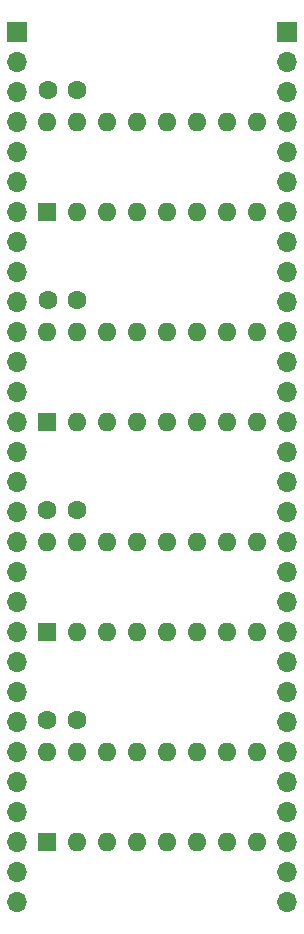
<source format=gbr>
%TF.GenerationSoftware,KiCad,Pcbnew,7.0.6-0*%
%TF.CreationDate,2023-07-28T22:16:22-07:00*%
%TF.ProjectId,V501,56353031-2e6b-4696-9361-645f70636258,rev?*%
%TF.SameCoordinates,Original*%
%TF.FileFunction,Soldermask,Top*%
%TF.FilePolarity,Negative*%
%FSLAX46Y46*%
G04 Gerber Fmt 4.6, Leading zero omitted, Abs format (unit mm)*
G04 Created by KiCad (PCBNEW 7.0.6-0) date 2023-07-28 22:16:22*
%MOMM*%
%LPD*%
G01*
G04 APERTURE LIST*
%ADD10C,1.600000*%
%ADD11R,1.600000X1.600000*%
%ADD12O,1.600000X1.600000*%
%ADD13R,1.700000X1.700000*%
%ADD14O,1.700000X1.700000*%
G04 APERTURE END LIST*
D10*
%TO.C,C2*%
X112034000Y-100330000D03*
X114534000Y-100330000D03*
%TD*%
%TO.C,C1*%
X112034000Y-82550000D03*
X114534000Y-82550000D03*
%TD*%
%TO.C,C3*%
X111999000Y-118120000D03*
X114499000Y-118120000D03*
%TD*%
D11*
%TO.C,U1*%
X112014000Y-92837000D03*
D12*
X114554000Y-92837000D03*
X117094000Y-92837000D03*
X119634000Y-92837000D03*
X122174000Y-92837000D03*
X124714000Y-92837000D03*
X127254000Y-92837000D03*
X129794000Y-92837000D03*
X129794000Y-85217000D03*
X127254000Y-85217000D03*
X124714000Y-85217000D03*
X122174000Y-85217000D03*
X119634000Y-85217000D03*
X117094000Y-85217000D03*
X114554000Y-85217000D03*
X112014000Y-85217000D03*
%TD*%
D11*
%TO.C,U4*%
X112014000Y-146167000D03*
D12*
X114554000Y-146167000D03*
X117094000Y-146167000D03*
X119634000Y-146167000D03*
X122174000Y-146167000D03*
X124714000Y-146167000D03*
X127254000Y-146167000D03*
X129794000Y-146167000D03*
X129794000Y-138547000D03*
X127254000Y-138547000D03*
X124714000Y-138547000D03*
X122174000Y-138547000D03*
X119634000Y-138547000D03*
X117094000Y-138547000D03*
X114554000Y-138547000D03*
X112014000Y-138547000D03*
%TD*%
D11*
%TO.C,U2*%
X112014000Y-110617000D03*
D12*
X114554000Y-110617000D03*
X117094000Y-110617000D03*
X119634000Y-110617000D03*
X122174000Y-110617000D03*
X124714000Y-110617000D03*
X127254000Y-110617000D03*
X129794000Y-110617000D03*
X129794000Y-102997000D03*
X127254000Y-102997000D03*
X124714000Y-102997000D03*
X122174000Y-102997000D03*
X119634000Y-102997000D03*
X117094000Y-102997000D03*
X114554000Y-102997000D03*
X112014000Y-102997000D03*
%TD*%
D10*
%TO.C,C4*%
X111999000Y-135880000D03*
X114499000Y-135880000D03*
%TD*%
D11*
%TO.C,U3*%
X112014000Y-128397000D03*
D12*
X114554000Y-128397000D03*
X117094000Y-128397000D03*
X119634000Y-128397000D03*
X122174000Y-128397000D03*
X124714000Y-128397000D03*
X127254000Y-128397000D03*
X129794000Y-128397000D03*
X129794000Y-120777000D03*
X127254000Y-120777000D03*
X124714000Y-120777000D03*
X122174000Y-120777000D03*
X119634000Y-120777000D03*
X117094000Y-120777000D03*
X114554000Y-120777000D03*
X112014000Y-120777000D03*
%TD*%
D13*
%TO.C,J1*%
X109474000Y-77597000D03*
D14*
X109474000Y-80137000D03*
X109474000Y-82677000D03*
X109474000Y-85217000D03*
X109474000Y-87757000D03*
X109474000Y-90297000D03*
X109474000Y-92837000D03*
X109474000Y-95377000D03*
X109474000Y-97917000D03*
X109474000Y-100457000D03*
X109474000Y-102997000D03*
X109474000Y-105537000D03*
X109474000Y-108077000D03*
X109474000Y-110617000D03*
X109474000Y-113157000D03*
X109474000Y-115697000D03*
X109474000Y-118237000D03*
X109474000Y-120777000D03*
X109474000Y-123317000D03*
X109474000Y-125857000D03*
X109474000Y-128397000D03*
X109474000Y-130937000D03*
X109474000Y-133477000D03*
X109474000Y-136017000D03*
X109474000Y-138557000D03*
X109474000Y-141097000D03*
X109474000Y-143637000D03*
X109474000Y-146177000D03*
X109474000Y-148717000D03*
X109474000Y-151257000D03*
%TD*%
D13*
%TO.C,J2*%
X132334000Y-77597000D03*
D14*
X132334000Y-80137000D03*
X132334000Y-82677000D03*
X132334000Y-85217000D03*
X132334000Y-87757000D03*
X132334000Y-90297000D03*
X132334000Y-92837000D03*
X132334000Y-95377000D03*
X132334000Y-97917000D03*
X132334000Y-100457000D03*
X132334000Y-102997000D03*
X132334000Y-105537000D03*
X132334000Y-108077000D03*
X132334000Y-110617000D03*
X132334000Y-113157000D03*
X132334000Y-115697000D03*
X132334000Y-118237000D03*
X132334000Y-120777000D03*
X132334000Y-123317000D03*
X132334000Y-125857000D03*
X132334000Y-128397000D03*
X132334000Y-130937000D03*
X132334000Y-133477000D03*
X132334000Y-136017000D03*
X132334000Y-138557000D03*
X132334000Y-141097000D03*
X132334000Y-143637000D03*
X132334000Y-146177000D03*
X132334000Y-148717000D03*
X132334000Y-151257000D03*
%TD*%
M02*

</source>
